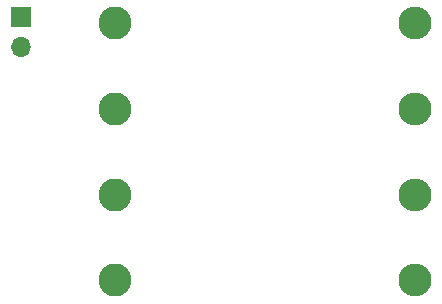
<source format=gbr>
G04 #@! TF.GenerationSoftware,KiCad,Pcbnew,8.0.3*
G04 #@! TF.CreationDate,2024-06-27T14:17:05-04:00*
G04 #@! TF.ProjectId,PCB,5043422e-6b69-4636-9164-5f7063625858,rev?*
G04 #@! TF.SameCoordinates,Original*
G04 #@! TF.FileFunction,Soldermask,Bot*
G04 #@! TF.FilePolarity,Negative*
%FSLAX46Y46*%
G04 Gerber Fmt 4.6, Leading zero omitted, Abs format (unit mm)*
G04 Created by KiCad (PCBNEW 8.0.3) date 2024-06-27 14:17:05*
%MOMM*%
%LPD*%
G01*
G04 APERTURE LIST*
%ADD10R,1.700000X1.700000*%
%ADD11O,1.700000X1.700000*%
%ADD12C,2.800000*%
%ADD13O,2.800000X2.800000*%
G04 APERTURE END LIST*
D10*
X213817200Y-47955200D03*
D11*
X213817200Y-50495200D03*
D12*
X221800000Y-70250000D03*
D13*
X247200000Y-70250000D03*
D12*
X221800000Y-63000000D03*
D13*
X247200000Y-63000000D03*
D12*
X221800000Y-55750000D03*
D13*
X247200000Y-55750000D03*
D12*
X221800000Y-48500000D03*
D13*
X247200000Y-48500000D03*
M02*

</source>
